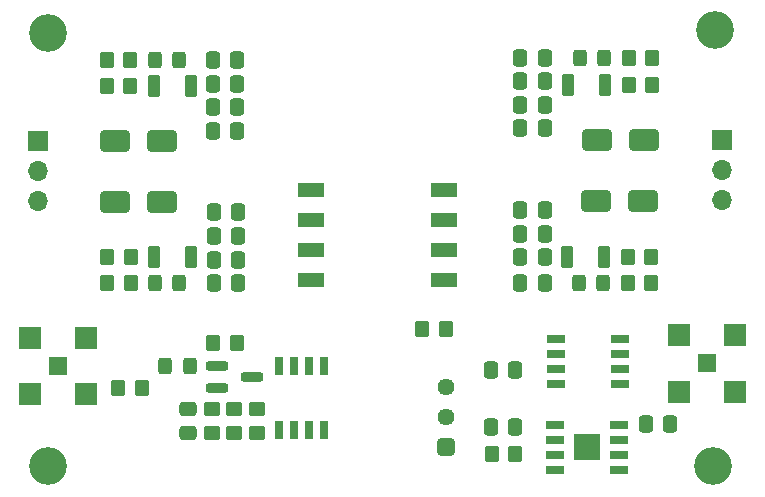
<source format=gbr>
%TF.GenerationSoftware,KiCad,Pcbnew,8.0.9*%
%TF.CreationDate,2025-07-24T11:39:00+02:00*%
%TF.ProjectId,Precision Analog Isolation Amplifier,50726563-6973-4696-9f6e-20416e616c6f,rev?*%
%TF.SameCoordinates,Original*%
%TF.FileFunction,Soldermask,Top*%
%TF.FilePolarity,Negative*%
%FSLAX46Y46*%
G04 Gerber Fmt 4.6, Leading zero omitted, Abs format (unit mm)*
G04 Created by KiCad (PCBNEW 8.0.9) date 2025-07-24 11:39:00*
%MOMM*%
%LPD*%
G01*
G04 APERTURE LIST*
G04 Aperture macros list*
%AMRoundRect*
0 Rectangle with rounded corners*
0 $1 Rounding radius*
0 $2 $3 $4 $5 $6 $7 $8 $9 X,Y pos of 4 corners*
0 Add a 4 corners polygon primitive as box body*
4,1,4,$2,$3,$4,$5,$6,$7,$8,$9,$2,$3,0*
0 Add four circle primitives for the rounded corners*
1,1,$1+$1,$2,$3*
1,1,$1+$1,$4,$5*
1,1,$1+$1,$6,$7*
1,1,$1+$1,$8,$9*
0 Add four rect primitives between the rounded corners*
20,1,$1+$1,$2,$3,$4,$5,0*
20,1,$1+$1,$4,$5,$6,$7,0*
20,1,$1+$1,$6,$7,$8,$9,0*
20,1,$1+$1,$8,$9,$2,$3,0*%
G04 Aperture macros list end*
%ADD10C,3.200000*%
%ADD11RoundRect,0.250000X-0.450000X0.350000X-0.450000X-0.350000X0.450000X-0.350000X0.450000X0.350000X0*%
%ADD12RoundRect,0.250000X1.000000X0.650000X-1.000000X0.650000X-1.000000X-0.650000X1.000000X-0.650000X0*%
%ADD13RoundRect,0.250000X-0.350000X-0.450000X0.350000X-0.450000X0.350000X0.450000X-0.350000X0.450000X0*%
%ADD14RoundRect,0.250000X0.337500X0.475000X-0.337500X0.475000X-0.337500X-0.475000X0.337500X-0.475000X0*%
%ADD15RoundRect,0.250000X0.325000X0.450000X-0.325000X0.450000X-0.325000X-0.450000X0.325000X-0.450000X0*%
%ADD16RoundRect,0.250000X-0.337500X-0.475000X0.337500X-0.475000X0.337500X0.475000X-0.337500X0.475000X0*%
%ADD17R,2.290000X1.300000*%
%ADD18RoundRect,0.250000X0.350000X0.450000X-0.350000X0.450000X-0.350000X-0.450000X0.350000X-0.450000X0*%
%ADD19R,1.574800X1.574800*%
%ADD20R,1.955800X1.955800*%
%ADD21R,1.525000X0.650000*%
%ADD22R,1.700000X1.700000*%
%ADD23O,1.700000X1.700000*%
%ADD24RoundRect,0.250000X0.275000X0.700000X-0.275000X0.700000X-0.275000X-0.700000X0.275000X-0.700000X0*%
%ADD25R,0.650000X1.525000*%
%ADD26R,2.290000X2.290000*%
%ADD27RoundRect,0.250000X0.470000X0.470000X-0.470000X0.470000X-0.470000X-0.470000X0.470000X-0.470000X0*%
%ADD28C,1.440000*%
%ADD29RoundRect,0.250000X-1.000000X-0.650000X1.000000X-0.650000X1.000000X0.650000X-1.000000X0.650000X0*%
%ADD30RoundRect,0.250000X-0.475000X0.337500X-0.475000X-0.337500X0.475000X-0.337500X0.475000X0.337500X0*%
%ADD31RoundRect,0.200000X-0.750000X-0.200000X0.750000X-0.200000X0.750000X0.200000X-0.750000X0.200000X0*%
%ADD32RoundRect,0.250000X-0.325000X-0.450000X0.325000X-0.450000X0.325000X0.450000X-0.325000X0.450000X0*%
%ADD33RoundRect,0.250000X-0.275000X-0.700000X0.275000X-0.700000X0.275000X0.700000X-0.275000X0.700000X0*%
%ADD34RoundRect,0.250000X0.450000X-0.350000X0.450000X0.350000X-0.450000X0.350000X-0.450000X-0.350000X0*%
G04 APERTURE END LIST*
D10*
%TO.C,REF\u002A\u002A*%
X170600000Y-116600000D03*
%TD*%
%TO.C,REF\u002A\u002A*%
X114300000Y-116600000D03*
%TD*%
%TO.C,REF\u002A\u002A*%
X170800000Y-79700000D03*
%TD*%
%TO.C,REF\u002A\u002A*%
X114300000Y-79900000D03*
%TD*%
D11*
%TO.C,R3*%
X128200000Y-111750000D03*
X128200000Y-113750000D03*
%TD*%
D12*
%TO.C,D4*%
X164700000Y-94100000D03*
X160700000Y-94100000D03*
%TD*%
D13*
%TO.C,F3*%
X163500000Y-84300000D03*
X165500000Y-84300000D03*
%TD*%
D12*
%TO.C,D3*%
X124000000Y-89100000D03*
X120000000Y-89100000D03*
%TD*%
D14*
%TO.C,C4*%
X130375000Y-88200000D03*
X128300000Y-88200000D03*
%TD*%
D15*
%TO.C,D9*%
X161400000Y-82000000D03*
X159350000Y-82000000D03*
%TD*%
D16*
%TO.C,C10*%
X154325000Y-84000000D03*
X156400000Y-84000000D03*
%TD*%
D17*
%TO.C,U1*%
X136565000Y-93190000D03*
X136565000Y-95730000D03*
X136565000Y-98270000D03*
X136565000Y-100810000D03*
X147835000Y-100810000D03*
X147835000Y-98270000D03*
X147835000Y-95730000D03*
X147835000Y-93190000D03*
%TD*%
D18*
%TO.C,R9*%
X121325000Y-101100000D03*
X119325000Y-101100000D03*
%TD*%
D19*
%TO.C,J4*%
X170125100Y-107900000D03*
D20*
X167750200Y-105525100D03*
X172500000Y-105525100D03*
X167750200Y-110274900D03*
X172500000Y-110274900D03*
%TD*%
D16*
%TO.C,C14*%
X154325000Y-96900000D03*
X156400000Y-96900000D03*
%TD*%
%TO.C,C9*%
X154325000Y-82000000D03*
X156400000Y-82000000D03*
%TD*%
D21*
%TO.C,U2*%
X157300000Y-105830000D03*
X157300000Y-107100000D03*
X157300000Y-108370000D03*
X157300000Y-109640000D03*
X162724000Y-109640000D03*
X162724000Y-108370000D03*
X162724000Y-107100000D03*
X162724000Y-105830000D03*
%TD*%
D22*
%TO.C,J2*%
X171400000Y-88960000D03*
D23*
X171400000Y-91500000D03*
X171400000Y-94040000D03*
%TD*%
D16*
%TO.C,C12*%
X154325000Y-88000000D03*
X156400000Y-88000000D03*
%TD*%
D24*
%TO.C,FB4*%
X161400000Y-98900000D03*
X158250000Y-98900000D03*
%TD*%
D19*
%TO.C,J3*%
X115162500Y-108100000D03*
D20*
X117537400Y-110474900D03*
X112787600Y-110474900D03*
X117537400Y-105725100D03*
X112787600Y-105725100D03*
%TD*%
D22*
%TO.C,J1*%
X113500000Y-89075000D03*
D23*
X113500000Y-91615000D03*
X113500000Y-94155000D03*
%TD*%
D25*
%TO.C,U4*%
X137705000Y-108138000D03*
X136435000Y-108138000D03*
X135165000Y-108138000D03*
X133895000Y-108138000D03*
X133895000Y-113562000D03*
X135165000Y-113562000D03*
X136435000Y-113562000D03*
X137705000Y-113562000D03*
%TD*%
D16*
%TO.C,C15*%
X154325000Y-98900000D03*
X156400000Y-98900000D03*
%TD*%
D21*
%TO.C,IC1*%
X157288000Y-113095000D03*
X157288000Y-114365000D03*
X157288000Y-115635000D03*
X157288000Y-116905000D03*
X162712000Y-116905000D03*
X162712000Y-115635000D03*
X162712000Y-114365000D03*
X162712000Y-113095000D03*
D26*
X160000000Y-115000000D03*
%TD*%
D18*
%TO.C,R6*%
X148000000Y-105000000D03*
X146000000Y-105000000D03*
%TD*%
D16*
%TO.C,C13*%
X154325000Y-94900000D03*
X156400000Y-94900000D03*
%TD*%
D13*
%TO.C,R11*%
X163500000Y-82000000D03*
X165500000Y-82000000D03*
%TD*%
D14*
%TO.C,C1*%
X130375000Y-82200000D03*
X128300000Y-82200000D03*
%TD*%
D27*
%TO.C,RV1*%
X148000000Y-115000000D03*
D28*
X148000000Y-112460000D03*
X148000000Y-109920000D03*
%TD*%
D29*
%TO.C,D5*%
X160800000Y-89000000D03*
X164800000Y-89000000D03*
%TD*%
D15*
%TO.C,D7*%
X125425000Y-101100000D03*
X123375000Y-101100000D03*
%TD*%
D13*
%TO.C,R10*%
X163400000Y-101100000D03*
X165400000Y-101100000D03*
%TD*%
%TO.C,R5*%
X128300000Y-106200000D03*
X130300000Y-106200000D03*
%TD*%
%TO.C,F4*%
X163400000Y-98900000D03*
X165400000Y-98900000D03*
%TD*%
%TO.C,R4*%
X120300000Y-110000000D03*
X122300000Y-110000000D03*
%TD*%
D30*
%TO.C,C17*%
X126200000Y-111750000D03*
X126200000Y-113825000D03*
%TD*%
D14*
%TO.C,C20*%
X167000000Y-113000000D03*
X164925000Y-113000000D03*
%TD*%
D15*
%TO.C,D1*%
X126325000Y-108150000D03*
X124275000Y-108150000D03*
%TD*%
D14*
%TO.C,C2*%
X130375000Y-84200000D03*
X128300000Y-84200000D03*
%TD*%
D29*
%TO.C,D2*%
X120000000Y-94200000D03*
X124000000Y-94200000D03*
%TD*%
D24*
%TO.C,FB3*%
X161500000Y-84300000D03*
X158350000Y-84300000D03*
%TD*%
D31*
%TO.C,Q1*%
X128600000Y-108100000D03*
X128600000Y-110000000D03*
X131600000Y-109050000D03*
%TD*%
D32*
%TO.C,D8*%
X159250000Y-101100000D03*
X161300000Y-101100000D03*
%TD*%
D13*
%TO.C,R7*%
X151900000Y-115600000D03*
X153900000Y-115600000D03*
%TD*%
D14*
%TO.C,C7*%
X130437500Y-99100000D03*
X128362500Y-99100000D03*
%TD*%
D18*
%TO.C,F2*%
X121300000Y-84400000D03*
X119300000Y-84400000D03*
%TD*%
D14*
%TO.C,C6*%
X130437500Y-97100000D03*
X128362500Y-97100000D03*
%TD*%
%TO.C,C8*%
X130437500Y-101100000D03*
X128362500Y-101100000D03*
%TD*%
D16*
%TO.C,C11*%
X154325000Y-86000000D03*
X156400000Y-86000000D03*
%TD*%
D18*
%TO.C,F1*%
X121325000Y-98900000D03*
X119325000Y-98900000D03*
%TD*%
D33*
%TO.C,FB2*%
X123325000Y-98900000D03*
X126475000Y-98900000D03*
%TD*%
%TO.C,FB1*%
X123300000Y-84400000D03*
X126450000Y-84400000D03*
%TD*%
D34*
%TO.C,R2*%
X132000000Y-113750000D03*
X132000000Y-111750000D03*
%TD*%
D14*
%TO.C,C3*%
X130375000Y-86200000D03*
X128300000Y-86200000D03*
%TD*%
%TO.C,C18*%
X153912000Y-108435000D03*
X151837000Y-108435000D03*
%TD*%
D32*
%TO.C,D6*%
X123375000Y-82200000D03*
X125425000Y-82200000D03*
%TD*%
D16*
%TO.C,C16*%
X154325000Y-101075000D03*
X156400000Y-101075000D03*
%TD*%
%TO.C,C19*%
X151825000Y-113300000D03*
X153900000Y-113300000D03*
%TD*%
D18*
%TO.C,R8*%
X121300000Y-82200000D03*
X119300000Y-82200000D03*
%TD*%
D34*
%TO.C,R1*%
X130100000Y-113750000D03*
X130100000Y-111750000D03*
%TD*%
D14*
%TO.C,C5*%
X130437500Y-95100000D03*
X128362500Y-95100000D03*
%TD*%
M02*

</source>
